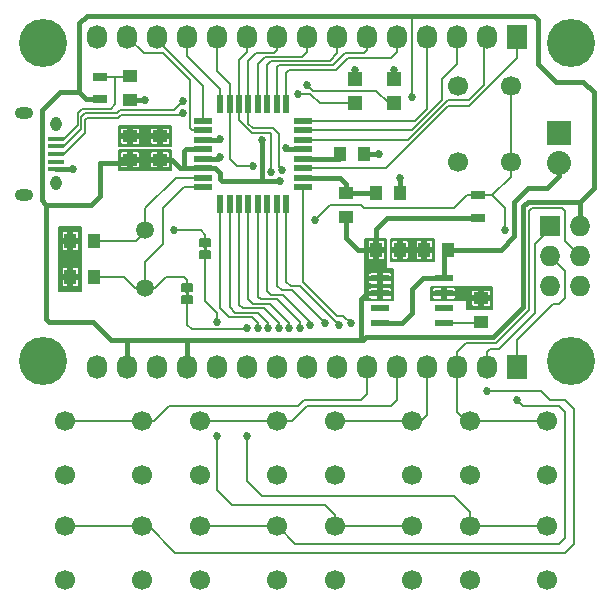
<source format=gtl>
G04 #@! TF.FileFunction,Copper,L1,Top,Signal*
%FSLAX46Y46*%
G04 Gerber Fmt 4.6, Leading zero omitted, Abs format (unit mm)*
G04 Created by KiCad (PCBNEW 4.0.1-stable) date 5/8/2016 2:59:50 PM*
%MOMM*%
G01*
G04 APERTURE LIST*
%ADD10C,0.100000*%
%ADD11C,4.064000*%
%ADD12C,1.700000*%
%ADD13R,1.000000X1.250000*%
%ADD14R,1.250000X1.000000*%
%ADD15R,1.198880X1.198880*%
%ADD16R,1.600000X0.550000*%
%ADD17R,0.550000X1.600000*%
%ADD18R,1.727200X2.032000*%
%ADD19O,1.727200X2.032000*%
%ADD20R,1.300000X0.700000*%
%ADD21R,1.550000X0.600000*%
%ADD22C,1.501140*%
%ADD23R,2.032000X2.032000*%
%ADD24O,2.032000X2.032000*%
%ADD25R,1.350000X0.400000*%
%ADD26O,0.950000X1.250000*%
%ADD27O,1.550000X1.000000*%
%ADD28R,1.727200X1.727200*%
%ADD29O,1.727200X1.727200*%
%ADD30C,0.685800*%
%ADD31C,0.152400*%
%ADD32C,0.381000*%
G04 APERTURE END LIST*
D10*
D11*
X112268000Y-97028000D03*
D12*
X125528000Y-129068000D03*
X132028000Y-129068000D03*
X132028000Y-133568000D03*
X125528000Y-133568000D03*
D13*
X116570000Y-113792000D03*
X114570000Y-113792000D03*
X116570000Y-116840000D03*
X114570000Y-116840000D03*
D14*
X122174000Y-106918000D03*
X122174000Y-104918000D03*
X119634000Y-106918000D03*
X119634000Y-104918000D03*
D13*
X140478000Y-109728000D03*
X142478000Y-109728000D03*
X137430000Y-106426000D03*
X139430000Y-106426000D03*
X146542000Y-114554000D03*
X144542000Y-114554000D03*
X140478000Y-114554000D03*
X142478000Y-114554000D03*
D14*
X149352000Y-120634000D03*
X149352000Y-118634000D03*
D15*
X141986000Y-102141020D03*
X141986000Y-100042980D03*
X138684000Y-102141020D03*
X138684000Y-100042980D03*
D16*
X125798000Y-103626000D03*
X125798000Y-104426000D03*
X125798000Y-105226000D03*
X125798000Y-106026000D03*
X125798000Y-106826000D03*
X125798000Y-107626000D03*
X125798000Y-108426000D03*
X125798000Y-109226000D03*
D17*
X127248000Y-110676000D03*
X128048000Y-110676000D03*
X128848000Y-110676000D03*
X129648000Y-110676000D03*
X130448000Y-110676000D03*
X131248000Y-110676000D03*
X132048000Y-110676000D03*
X132848000Y-110676000D03*
D16*
X134298000Y-109226000D03*
X134298000Y-108426000D03*
X134298000Y-107626000D03*
X134298000Y-106826000D03*
X134298000Y-106026000D03*
X134298000Y-105226000D03*
X134298000Y-104426000D03*
X134298000Y-103626000D03*
D17*
X132848000Y-102176000D03*
X132048000Y-102176000D03*
X131248000Y-102176000D03*
X130448000Y-102176000D03*
X129648000Y-102176000D03*
X128848000Y-102176000D03*
X128048000Y-102176000D03*
X127248000Y-102176000D03*
D14*
X137922000Y-111744000D03*
X137922000Y-109744000D03*
D18*
X152400000Y-96520000D03*
D19*
X149860000Y-96520000D03*
X147320000Y-96520000D03*
X144780000Y-96520000D03*
X142240000Y-96520000D03*
X139700000Y-96520000D03*
X137160000Y-96520000D03*
X134620000Y-96520000D03*
X132080000Y-96520000D03*
X129540000Y-96520000D03*
X127000000Y-96520000D03*
X124460000Y-96520000D03*
X121920000Y-96520000D03*
X119380000Y-96520000D03*
X116840000Y-96520000D03*
D18*
X152400000Y-124460000D03*
D19*
X149860000Y-124460000D03*
X147320000Y-124460000D03*
X144780000Y-124460000D03*
X142240000Y-124460000D03*
X139700000Y-124460000D03*
X137160000Y-124460000D03*
X134620000Y-124460000D03*
X132080000Y-124460000D03*
X129540000Y-124460000D03*
X127000000Y-124460000D03*
X124460000Y-124460000D03*
X121920000Y-124460000D03*
X119380000Y-124460000D03*
X116840000Y-124460000D03*
D20*
X117094000Y-101788000D03*
X117094000Y-99888000D03*
X149098000Y-111821000D03*
X149098000Y-109921000D03*
D21*
X146210000Y-120777000D03*
X146210000Y-119507000D03*
X146210000Y-118237000D03*
X146210000Y-116967000D03*
X140810000Y-116967000D03*
X140810000Y-118237000D03*
X140810000Y-119507000D03*
X140810000Y-120777000D03*
D22*
X120904000Y-112875060D03*
X120904000Y-117756940D03*
D12*
X114098000Y-129068000D03*
X120598000Y-129068000D03*
X120598000Y-133568000D03*
X114098000Y-133568000D03*
X136958000Y-129068000D03*
X143458000Y-129068000D03*
X143458000Y-133568000D03*
X136958000Y-133568000D03*
X148388000Y-129068000D03*
X154888000Y-129068000D03*
X154888000Y-133568000D03*
X148388000Y-133568000D03*
X114098000Y-137958000D03*
X120598000Y-137958000D03*
X120598000Y-142458000D03*
X114098000Y-142458000D03*
X125528000Y-137958000D03*
X132028000Y-137958000D03*
X132028000Y-142458000D03*
X125528000Y-142458000D03*
X136958000Y-137958000D03*
X143458000Y-137958000D03*
X143458000Y-142458000D03*
X136958000Y-142458000D03*
X148388000Y-137958000D03*
X154888000Y-137958000D03*
X154888000Y-142458000D03*
X148388000Y-142458000D03*
X151856000Y-100636000D03*
X151856000Y-107136000D03*
X147356000Y-107136000D03*
X147356000Y-100636000D03*
D11*
X156972000Y-97028000D03*
X112268000Y-123952000D03*
X156972000Y-123952000D03*
D23*
X155956000Y-104648000D03*
D24*
X155956000Y-107188000D03*
D25*
X113322540Y-105125100D03*
X113322540Y-105775100D03*
X113322540Y-106425100D03*
X113322540Y-107075100D03*
X113322540Y-107725100D03*
D26*
X113322540Y-103925100D03*
X113322540Y-108925100D03*
D27*
X110622540Y-102925100D03*
X110622540Y-109925100D03*
D28*
X155194000Y-112522000D03*
D29*
X157734000Y-112522000D03*
X155194000Y-115062000D03*
X157734000Y-115062000D03*
X155194000Y-117602000D03*
X157734000Y-117602000D03*
D14*
X119634000Y-99838000D03*
X119634000Y-101838000D03*
D30*
X123317000Y-112903000D03*
X127000000Y-120650000D03*
X127000000Y-130302000D03*
X120904000Y-101854000D03*
X114808000Y-107696000D03*
X120904000Y-104902000D03*
X140716000Y-106426000D03*
X127254000Y-106680000D03*
X127254000Y-105156000D03*
X132842000Y-105918000D03*
X142494000Y-108458000D03*
X114554000Y-115316000D03*
X147828000Y-118110000D03*
X143510000Y-114554000D03*
X129540000Y-121158000D03*
X129540000Y-130302000D03*
X143510000Y-101600000D03*
X130810000Y-105283000D03*
X132334000Y-108712000D03*
X134620000Y-100584000D03*
X141986000Y-99314000D03*
X133858000Y-101346000D03*
X138684000Y-99314000D03*
X130429000Y-121158000D03*
X131318000Y-121158000D03*
X132207000Y-121158000D03*
X133096000Y-121158000D03*
X133985000Y-121158000D03*
X134874000Y-120904000D03*
X136144000Y-120777000D03*
X149860000Y-126492000D03*
X137287000Y-120904000D03*
X138303000Y-120777000D03*
X152400000Y-127254000D03*
X151384000Y-112903000D03*
X135255000Y-112014000D03*
X132461000Y-107823000D03*
X131572000Y-107950000D03*
X130048000Y-107442000D03*
X124079000Y-101981000D03*
X124079000Y-102997000D03*
D31*
X123317000Y-112903000D02*
X125603000Y-112903000D01*
X125984000Y-113284000D02*
X125984000Y-113792000D01*
X125603000Y-112903000D02*
X125984000Y-113284000D01*
X127000000Y-120650000D02*
X127000000Y-119888000D01*
X125984000Y-118872000D02*
X125984000Y-115062000D01*
X127000000Y-119888000D02*
X125984000Y-118872000D01*
X127000000Y-124460000D02*
X127000000Y-124968000D01*
X120904000Y-112875060D02*
X120904000Y-113030000D01*
X120904000Y-113030000D02*
X120142000Y-113792000D01*
X120142000Y-113792000D02*
X116570000Y-113792000D01*
X120904000Y-112875060D02*
X120904000Y-110998000D01*
X123476000Y-108426000D02*
X125798000Y-108426000D01*
X120904000Y-110998000D02*
X123476000Y-108426000D01*
X136958000Y-137958000D02*
X136958000Y-136958000D01*
X127000000Y-134874000D02*
X127000000Y-130302000D01*
X128270000Y-136144000D02*
X127000000Y-134874000D01*
X136144000Y-136144000D02*
X128270000Y-136144000D01*
X136958000Y-136958000D02*
X136144000Y-136144000D01*
X136958000Y-137958000D02*
X143458000Y-137958000D01*
D32*
X119634000Y-101838000D02*
X120888000Y-101838000D01*
X120888000Y-101838000D02*
X120904000Y-101854000D01*
X113322540Y-107725100D02*
X114778900Y-107725100D01*
X114778900Y-107725100D02*
X114808000Y-107696000D01*
X119634000Y-104918000D02*
X120888000Y-104918000D01*
X120888000Y-104918000D02*
X120904000Y-104902000D01*
X139430000Y-106426000D02*
X140716000Y-106426000D01*
X125798000Y-106826000D02*
X127108000Y-106826000D01*
X127108000Y-106826000D02*
X127254000Y-106680000D01*
X125798000Y-105226000D02*
X127184000Y-105226000D01*
X127184000Y-105226000D02*
X127254000Y-105156000D01*
X134298000Y-106026000D02*
X132950000Y-106026000D01*
X132950000Y-106026000D02*
X132842000Y-105918000D01*
X142478000Y-109728000D02*
X142478000Y-108474000D01*
X142478000Y-108474000D02*
X142494000Y-108458000D01*
X114570000Y-113792000D02*
X114570000Y-115300000D01*
X114570000Y-115300000D02*
X114554000Y-115316000D01*
X146210000Y-118237000D02*
X147701000Y-118237000D01*
X147701000Y-118237000D02*
X147828000Y-118110000D01*
X142478000Y-114554000D02*
X143510000Y-114554000D01*
D31*
X124460000Y-117602000D02*
X124460000Y-117348000D01*
X121765060Y-117756940D02*
X122682000Y-116840000D01*
X122682000Y-116840000D02*
X124206000Y-116840000D01*
X124206000Y-116840000D02*
X124460000Y-117094000D01*
X124460000Y-117094000D02*
X124460000Y-117348000D01*
X121765060Y-117756940D02*
X120904000Y-117756940D01*
X125984000Y-121285000D02*
X124841000Y-121285000D01*
X124460000Y-120904000D02*
X124460000Y-118872000D01*
X124841000Y-121285000D02*
X124460000Y-120904000D01*
X129413000Y-121285000D02*
X125984000Y-121285000D01*
X129540000Y-121158000D02*
X129413000Y-121285000D01*
X120904000Y-117756940D02*
X120042940Y-117756940D01*
X119126000Y-116840000D02*
X116570000Y-116840000D01*
X120042940Y-117756940D02*
X119126000Y-116840000D01*
X120904000Y-117756940D02*
X120904000Y-115570000D01*
X124200000Y-109226000D02*
X125798000Y-109226000D01*
X122428000Y-110998000D02*
X124200000Y-109226000D01*
X122428000Y-114046000D02*
X122428000Y-110998000D01*
X120904000Y-115570000D02*
X122428000Y-114046000D01*
X148388000Y-136704000D02*
X147066000Y-135382000D01*
X147066000Y-135382000D02*
X130810000Y-135382000D01*
X130810000Y-135382000D02*
X129540000Y-134112000D01*
X129540000Y-134112000D02*
X129540000Y-130302000D01*
X148388000Y-136704000D02*
X148388000Y-137958000D01*
X148388000Y-137958000D02*
X154888000Y-137958000D01*
D32*
X125798000Y-106026000D02*
X124352000Y-106026000D01*
X124206000Y-106172000D02*
X124206000Y-107626000D01*
X124352000Y-106026000D02*
X124206000Y-106172000D01*
D31*
X143510000Y-94742000D02*
X143510000Y-101600000D01*
D32*
X149098000Y-111821000D02*
X141417000Y-111821000D01*
X140478000Y-112760000D02*
X140478000Y-114554000D01*
X141417000Y-111821000D02*
X140478000Y-112760000D01*
X119888000Y-122174000D02*
X117983000Y-122174000D01*
X112522000Y-120396000D02*
X112522000Y-110744000D01*
X112776000Y-120650000D02*
X112522000Y-120396000D01*
X116459000Y-120650000D02*
X112776000Y-120650000D01*
X117983000Y-122174000D02*
X116459000Y-120650000D01*
X130810000Y-105283000D02*
X130810000Y-108712000D01*
X130810000Y-108712000D02*
X130810000Y-108585000D01*
X130810000Y-108585000D02*
X130810000Y-108712000D01*
X125798000Y-107626000D02*
X126803000Y-107626000D01*
X127381000Y-108712000D02*
X129032000Y-108712000D01*
X129032000Y-108712000D02*
X130810000Y-108712000D01*
X130810000Y-108712000D02*
X132334000Y-108712000D01*
X127254000Y-108585000D02*
X127381000Y-108712000D01*
X127254000Y-108077000D02*
X127254000Y-108585000D01*
X126803000Y-107626000D02*
X127254000Y-108077000D01*
X124206000Y-122174000D02*
X139192000Y-122174000D01*
X139573000Y-118491000D02*
X139446000Y-118491000D01*
X139446000Y-118491000D02*
X139192000Y-118745000D01*
X139192000Y-118745000D02*
X139192000Y-122174000D01*
X139192000Y-122174000D02*
X139319000Y-122174000D01*
X152908000Y-110871000D02*
X153289000Y-110490000D01*
X152908000Y-119380000D02*
X152908000Y-110871000D01*
X150368000Y-121920000D02*
X152908000Y-119380000D01*
X139573000Y-121920000D02*
X150368000Y-121920000D01*
X153289000Y-110490000D02*
X157734000Y-110490000D01*
X139319000Y-122174000D02*
X139573000Y-121920000D01*
X112141000Y-103759000D02*
X112141000Y-103886000D01*
X112141000Y-103886000D02*
X112141000Y-110363000D01*
X112141000Y-110363000D02*
X112522000Y-110744000D01*
X115316000Y-101219000D02*
X113665000Y-101219000D01*
X112141000Y-102743000D02*
X112141000Y-103759000D01*
X113665000Y-101219000D02*
X112141000Y-102743000D01*
X112522000Y-110744000D02*
X112776000Y-110744000D01*
X117094000Y-109982000D02*
X117094000Y-107188000D01*
X116332000Y-110744000D02*
X117094000Y-109982000D01*
X112776000Y-110744000D02*
X116332000Y-110744000D01*
X117094000Y-107188000D02*
X119364000Y-107188000D01*
X157734000Y-112522000D02*
X157734000Y-110490000D01*
X115885000Y-101788000D02*
X117094000Y-101788000D01*
X115316000Y-101219000D02*
X115885000Y-101788000D01*
X115316000Y-95377000D02*
X115316000Y-101219000D01*
X115951000Y-94742000D02*
X115316000Y-95377000D01*
X116459000Y-94742000D02*
X115951000Y-94742000D01*
X153797000Y-94742000D02*
X143510000Y-94742000D01*
X143510000Y-94742000D02*
X116459000Y-94742000D01*
X154178000Y-95123000D02*
X153797000Y-94742000D01*
X154178000Y-98806000D02*
X154178000Y-95123000D01*
X155702000Y-100330000D02*
X154178000Y-98806000D01*
X157988000Y-100330000D02*
X155702000Y-100330000D01*
X158877000Y-101219000D02*
X157988000Y-100330000D01*
X158877000Y-109347000D02*
X158877000Y-101219000D01*
X157734000Y-110490000D02*
X158877000Y-109347000D01*
X125798000Y-107626000D02*
X124206000Y-107626000D01*
X124206000Y-107626000D02*
X123882000Y-107626000D01*
X123174000Y-106918000D02*
X122174000Y-106918000D01*
X123882000Y-107626000D02*
X123174000Y-106918000D01*
X124460000Y-124460000D02*
X124460000Y-122174000D01*
X119380000Y-124460000D02*
X119380000Y-122174000D01*
X119364000Y-107188000D02*
X119634000Y-106918000D01*
X124460000Y-122174000D02*
X124206000Y-122174000D01*
X124206000Y-122174000D02*
X119888000Y-122174000D01*
X119888000Y-122174000D02*
X119380000Y-122174000D01*
X137922000Y-111744000D02*
X137922000Y-113538000D01*
X138938000Y-114554000D02*
X140478000Y-114554000D01*
X137922000Y-113538000D02*
X138938000Y-114554000D01*
X137922000Y-109744000D02*
X140462000Y-109744000D01*
X140462000Y-109744000D02*
X140478000Y-109728000D01*
X134298000Y-108426000D02*
X137382000Y-108426000D01*
X137922000Y-108966000D02*
X137922000Y-109744000D01*
X137382000Y-108426000D02*
X137922000Y-108966000D01*
X134298000Y-106826000D02*
X137030000Y-106826000D01*
X137030000Y-106826000D02*
X137430000Y-106426000D01*
X137284000Y-106826000D02*
X137430000Y-106680000D01*
X155956000Y-107188000D02*
X155956000Y-108331000D01*
X151003000Y-114554000D02*
X146542000Y-114554000D01*
X152146000Y-113411000D02*
X151003000Y-114554000D01*
X152146000Y-110490000D02*
X152146000Y-113411000D01*
X153289000Y-109347000D02*
X152146000Y-110490000D01*
X154940000Y-109347000D02*
X153289000Y-109347000D01*
X155956000Y-108331000D02*
X154940000Y-109347000D01*
X155956000Y-107188000D02*
X155575000Y-107188000D01*
X155956000Y-107188000D02*
X155194000Y-107188000D01*
X140810000Y-120777000D02*
X142621000Y-120777000D01*
X144399000Y-116967000D02*
X146210000Y-116967000D01*
X143510000Y-117856000D02*
X144399000Y-116967000D01*
X143510000Y-119888000D02*
X143510000Y-117856000D01*
X142621000Y-120777000D02*
X143510000Y-119888000D01*
X146542000Y-114554000D02*
X146210000Y-114886000D01*
X146210000Y-114886000D02*
X146210000Y-116967000D01*
D31*
X146210000Y-120777000D02*
X149209000Y-120777000D01*
X149209000Y-120777000D02*
X149352000Y-120634000D01*
X141986000Y-102141020D02*
X141511020Y-102141020D01*
X141511020Y-102141020D02*
X140462000Y-101092000D01*
X140462000Y-101092000D02*
X135128000Y-101092000D01*
X135128000Y-101092000D02*
X134620000Y-100584000D01*
X141986000Y-100042980D02*
X141986000Y-99314000D01*
X138684000Y-102141020D02*
X135669020Y-102141020D01*
X134874000Y-101346000D02*
X133858000Y-101346000D01*
X135669020Y-102141020D02*
X134874000Y-101346000D01*
X138684000Y-100042980D02*
X138684000Y-99314000D01*
X125798000Y-103626000D02*
X125798000Y-100652000D01*
X125798000Y-100652000D02*
X121920000Y-96774000D01*
X121920000Y-96774000D02*
X121920000Y-96520000D01*
X127248000Y-110676000D02*
X127248000Y-119501000D01*
X130429000Y-120777000D02*
X130429000Y-121158000D01*
X129921000Y-120269000D02*
X130429000Y-120777000D01*
X128016000Y-120269000D02*
X129921000Y-120269000D01*
X127248000Y-119501000D02*
X128016000Y-120269000D01*
X128048000Y-110676000D02*
X128048000Y-119412000D01*
X131318000Y-120777000D02*
X131318000Y-121158000D01*
X130429000Y-119888000D02*
X131318000Y-120777000D01*
X130302000Y-119888000D02*
X130429000Y-119888000D01*
X128524000Y-119888000D02*
X130302000Y-119888000D01*
X128048000Y-119412000D02*
X128524000Y-119888000D01*
X128848000Y-110676000D02*
X128848000Y-119196000D01*
X132207000Y-120777000D02*
X132207000Y-121158000D01*
X130937000Y-119507000D02*
X132207000Y-120777000D01*
X129159000Y-119507000D02*
X130937000Y-119507000D01*
X128848000Y-119196000D02*
X129159000Y-119507000D01*
X129648000Y-110676000D02*
X129648000Y-118726000D01*
X133096000Y-120777000D02*
X133096000Y-121158000D01*
X131445000Y-119126000D02*
X133096000Y-120777000D01*
X130048000Y-119126000D02*
X131445000Y-119126000D01*
X129648000Y-118726000D02*
X130048000Y-119126000D01*
X120598000Y-129068000D02*
X121630000Y-129068000D01*
X139700000Y-126746000D02*
X139700000Y-124460000D01*
X139192000Y-127254000D02*
X139700000Y-126746000D01*
X138684000Y-127254000D02*
X139192000Y-127254000D01*
X134366000Y-127254000D02*
X138684000Y-127254000D01*
X133858000Y-127762000D02*
X134366000Y-127254000D01*
X122936000Y-127762000D02*
X133858000Y-127762000D01*
X121630000Y-129068000D02*
X122936000Y-127762000D01*
X114098000Y-129068000D02*
X120598000Y-129068000D01*
X130448000Y-110676000D02*
X130448000Y-118510000D01*
X133985000Y-120650000D02*
X133985000Y-121158000D01*
X132080000Y-118745000D02*
X133985000Y-120650000D01*
X130683000Y-118745000D02*
X132080000Y-118745000D01*
X130448000Y-118510000D02*
X130683000Y-118745000D01*
X132028000Y-129068000D02*
X133314000Y-129068000D01*
X142240000Y-127254000D02*
X142240000Y-124460000D01*
X141732000Y-127762000D02*
X142240000Y-127254000D01*
X134620000Y-127762000D02*
X141732000Y-127762000D01*
X133314000Y-129068000D02*
X134620000Y-127762000D01*
X125528000Y-129068000D02*
X132028000Y-129068000D01*
X131248000Y-110676000D02*
X131248000Y-118040000D01*
X134874000Y-120650000D02*
X134874000Y-120904000D01*
X132588000Y-118364000D02*
X134874000Y-120650000D01*
X131572000Y-118364000D02*
X132588000Y-118364000D01*
X131248000Y-118040000D02*
X131572000Y-118364000D01*
X143458000Y-129068000D02*
X144236000Y-129068000D01*
X144236000Y-129068000D02*
X144780000Y-128524000D01*
X144780000Y-128524000D02*
X144780000Y-124460000D01*
X136958000Y-129068000D02*
X143458000Y-129068000D01*
X156464000Y-111760000D02*
X156464000Y-113792000D01*
X153416000Y-111252000D02*
X153670000Y-110998000D01*
X153670000Y-110998000D02*
X154432000Y-110998000D01*
X154432000Y-110998000D02*
X156210000Y-110998000D01*
X156210000Y-110998000D02*
X156464000Y-111252000D01*
X156464000Y-111252000D02*
X156464000Y-111760000D01*
X147320000Y-124460000D02*
X147320000Y-123190000D01*
X153416000Y-119634000D02*
X153416000Y-117602000D01*
X150622000Y-122428000D02*
X153416000Y-119634000D01*
X148082000Y-122428000D02*
X150622000Y-122428000D01*
X147320000Y-123190000D02*
X148082000Y-122428000D01*
X153416000Y-117602000D02*
X153416000Y-111252000D01*
X156464000Y-113792000D02*
X157734000Y-115062000D01*
X132048000Y-110676000D02*
X132048000Y-117570000D01*
X133350000Y-117983000D02*
X136144000Y-120777000D01*
X132461000Y-117983000D02*
X133350000Y-117983000D01*
X132048000Y-117570000D02*
X132461000Y-117983000D01*
X147320000Y-124460000D02*
X147320000Y-128270000D01*
X147320000Y-128270000D02*
X148118000Y-129068000D01*
X148118000Y-129068000D02*
X148388000Y-129068000D01*
X148388000Y-129068000D02*
X154888000Y-129068000D01*
X120598000Y-137958000D02*
X121194000Y-137958000D01*
X121194000Y-137958000D02*
X123444000Y-140208000D01*
X154432000Y-126492000D02*
X149860000Y-126492000D01*
X155194000Y-127254000D02*
X154432000Y-126492000D01*
X156464000Y-127254000D02*
X155194000Y-127254000D01*
X157226000Y-128016000D02*
X156464000Y-127254000D01*
X157226000Y-139446000D02*
X157226000Y-128016000D01*
X156464000Y-140208000D02*
X157226000Y-139446000D01*
X123444000Y-140208000D02*
X156464000Y-140208000D01*
X153162000Y-120650000D02*
X153670000Y-120142000D01*
X149860000Y-123190000D02*
X150114000Y-122936000D01*
X150114000Y-122936000D02*
X150876000Y-122936000D01*
X150876000Y-122936000D02*
X153162000Y-120650000D01*
X149860000Y-123952000D02*
X149860000Y-123190000D01*
X153924000Y-114046000D02*
X155194000Y-112776000D01*
X153924000Y-116840000D02*
X153924000Y-114046000D01*
X153924000Y-119888000D02*
X153924000Y-116840000D01*
X153670000Y-120142000D02*
X153924000Y-119888000D01*
X155194000Y-112776000D02*
X155194000Y-112522000D01*
X149860000Y-124460000D02*
X149860000Y-123952000D01*
X132848000Y-110676000D02*
X132848000Y-117227000D01*
X133985000Y-117602000D02*
X137287000Y-120904000D01*
X133223000Y-117602000D02*
X133985000Y-117602000D01*
X132848000Y-117227000D02*
X133223000Y-117602000D01*
X120598000Y-137958000D02*
X120598000Y-138632000D01*
X114098000Y-137958000D02*
X120598000Y-137958000D01*
X152400000Y-124460000D02*
X152400000Y-122174000D01*
X156464000Y-116332000D02*
X155194000Y-115062000D01*
X156464000Y-118618000D02*
X156464000Y-116332000D01*
X155956000Y-119126000D02*
X156464000Y-118618000D01*
X155448000Y-119126000D02*
X155956000Y-119126000D01*
X152400000Y-122174000D02*
X155448000Y-119126000D01*
X134298000Y-109226000D02*
X134298000Y-117280000D01*
X137668000Y-120142000D02*
X138303000Y-120777000D01*
X137160000Y-120142000D02*
X137668000Y-120142000D01*
X134298000Y-117280000D02*
X137160000Y-120142000D01*
X132116000Y-137958000D02*
X133604000Y-139446000D01*
X133604000Y-139446000D02*
X155956000Y-139446000D01*
X155956000Y-139446000D02*
X156464000Y-138938000D01*
X156464000Y-138938000D02*
X156464000Y-128270000D01*
X156464000Y-128270000D02*
X155956000Y-127762000D01*
X155956000Y-127762000D02*
X152908000Y-127762000D01*
X152908000Y-127762000D02*
X152400000Y-127254000D01*
X132028000Y-137958000D02*
X132116000Y-137958000D01*
X125528000Y-137958000D02*
X132028000Y-137958000D01*
X134298000Y-107626000D02*
X141294000Y-107626000D01*
X152400000Y-98298000D02*
X152400000Y-96520000D01*
X148336000Y-102362000D02*
X152400000Y-98298000D01*
X146558000Y-102362000D02*
X148336000Y-102362000D01*
X141294000Y-107626000D02*
X146558000Y-102362000D01*
X152400000Y-97536000D02*
X152400000Y-96520000D01*
X134298000Y-105226000D02*
X143186000Y-105226000D01*
X149606000Y-100584000D02*
X149606000Y-96774000D01*
X148336000Y-101854000D02*
X149606000Y-100584000D01*
X146558000Y-101854000D02*
X148336000Y-101854000D01*
X146304000Y-102108000D02*
X146558000Y-101854000D01*
X143186000Y-105226000D02*
X146304000Y-102108000D01*
X149606000Y-96774000D02*
X149860000Y-96520000D01*
X134298000Y-104426000D02*
X143478000Y-104426000D01*
X147320000Y-98806000D02*
X147320000Y-96520000D01*
X146050000Y-100076000D02*
X147320000Y-98806000D01*
X146050000Y-101854000D02*
X146050000Y-100076000D01*
X143478000Y-104426000D02*
X146050000Y-101854000D01*
X144780000Y-102604000D02*
X144780000Y-96520000D01*
X143758000Y-103626000D02*
X144780000Y-102604000D01*
X134298000Y-103626000D02*
X143758000Y-103626000D01*
X132848000Y-102176000D02*
X132848000Y-99562000D01*
X142240000Y-97790000D02*
X142240000Y-96520000D01*
X141732000Y-98298000D02*
X142240000Y-97790000D01*
X138049000Y-98298000D02*
X141732000Y-98298000D01*
X137033000Y-99314000D02*
X138049000Y-98298000D01*
X133096000Y-99314000D02*
X137033000Y-99314000D01*
X132848000Y-99562000D02*
X133096000Y-99314000D01*
X132848000Y-102176000D02*
X132848000Y-101594000D01*
X132048000Y-102176000D02*
X132048000Y-99092000D01*
X139700000Y-97663000D02*
X139700000Y-96520000D01*
X139446000Y-97917000D02*
X139700000Y-97663000D01*
X137795000Y-97917000D02*
X139446000Y-97917000D01*
X136779000Y-98933000D02*
X137795000Y-97917000D01*
X132207000Y-98933000D02*
X136779000Y-98933000D01*
X132048000Y-99092000D02*
X132207000Y-98933000D01*
X132048000Y-102176000D02*
X132048000Y-101505000D01*
X131248000Y-102176000D02*
X131248000Y-98876000D01*
X137160000Y-97917000D02*
X137160000Y-96520000D01*
X136525000Y-98552000D02*
X137160000Y-97917000D01*
X131572000Y-98552000D02*
X136525000Y-98552000D01*
X131248000Y-98876000D02*
X131572000Y-98552000D01*
X131248000Y-102176000D02*
X131248000Y-101416000D01*
X130448000Y-102176000D02*
X130448000Y-98787000D01*
X134620000Y-97790000D02*
X134620000Y-97536000D01*
X134188198Y-98221802D02*
X134620000Y-97790000D01*
X131013198Y-98221802D02*
X134188198Y-98221802D01*
X130448000Y-98787000D02*
X131013198Y-98221802D01*
X134620000Y-97536000D02*
X134620000Y-96520000D01*
X134620000Y-97536000D02*
X134620000Y-96520000D01*
X149098000Y-109921000D02*
X150307000Y-109921000D01*
X151384000Y-110998000D02*
X151384000Y-112903000D01*
X150307000Y-109921000D02*
X151384000Y-110998000D01*
X151856000Y-107136000D02*
X151856000Y-108367000D01*
X150302000Y-109921000D02*
X149098000Y-109921000D01*
X151856000Y-108367000D02*
X150302000Y-109921000D01*
X135255000Y-112014000D02*
X136525000Y-110744000D01*
X136525000Y-110744000D02*
X139192000Y-110744000D01*
X139192000Y-110744000D02*
X139446000Y-110998000D01*
X139446000Y-110998000D02*
X147066000Y-110998000D01*
X147066000Y-110998000D02*
X148143000Y-109921000D01*
X148143000Y-109921000D02*
X149098000Y-109921000D01*
X151856000Y-100636000D02*
X151856000Y-107136000D01*
X129648000Y-102176000D02*
X129648000Y-103867000D01*
X132207000Y-107569000D02*
X132461000Y-107823000D01*
X132207000Y-104775000D02*
X132207000Y-107569000D01*
X131699000Y-104267000D02*
X132207000Y-104775000D01*
X130048000Y-104267000D02*
X131699000Y-104267000D01*
X129648000Y-103867000D02*
X130048000Y-104267000D01*
X129648000Y-102176000D02*
X129648000Y-98571000D01*
X132080000Y-97663000D02*
X132080000Y-96520000D01*
X131826000Y-97917000D02*
X132080000Y-97663000D01*
X130302000Y-97917000D02*
X131826000Y-97917000D01*
X129648000Y-98571000D02*
X130302000Y-97917000D01*
X128848000Y-102176000D02*
X128848000Y-103575000D01*
X131572000Y-104775000D02*
X131572000Y-107950000D01*
X131445000Y-104648000D02*
X131572000Y-104775000D01*
X129921000Y-104648000D02*
X131445000Y-104648000D01*
X128848000Y-103575000D02*
X129921000Y-104648000D01*
X128848000Y-102176000D02*
X128848000Y-98482000D01*
X129540000Y-97790000D02*
X129540000Y-96520000D01*
X128848000Y-98482000D02*
X129540000Y-97790000D01*
X128048000Y-106839000D02*
X128048000Y-102176000D01*
X128651000Y-107442000D02*
X128048000Y-106839000D01*
X130048000Y-107442000D02*
X128651000Y-107442000D01*
X128048000Y-102176000D02*
X128048000Y-100489000D01*
X127000000Y-99441000D02*
X127000000Y-96520000D01*
X128048000Y-100489000D02*
X127000000Y-99441000D01*
X124460000Y-96520000D02*
X124460000Y-98171000D01*
X127254000Y-100965000D02*
X127254000Y-102170000D01*
X126873000Y-100584000D02*
X127254000Y-100965000D01*
X124460000Y-98171000D02*
X126873000Y-100584000D01*
X127254000Y-102170000D02*
X127248000Y-102176000D01*
X125798000Y-104426000D02*
X124873000Y-104426000D01*
X120777000Y-97917000D02*
X119380000Y-96520000D01*
X122428000Y-97917000D02*
X120777000Y-97917000D01*
X124714000Y-100203000D02*
X122428000Y-97917000D01*
X124714000Y-104267000D02*
X124714000Y-100203000D01*
X124873000Y-104426000D02*
X124714000Y-104267000D01*
X113322540Y-105775100D02*
X114061900Y-105775100D01*
X114061900Y-105775100D02*
X115493802Y-104343198D01*
X113322540Y-105775100D02*
X113934900Y-105775100D01*
X115493802Y-104343198D02*
X115493802Y-103327198D01*
X115493802Y-103327198D02*
X115824000Y-102997000D01*
X115824000Y-102997000D02*
X118491000Y-102997000D01*
X118491000Y-102997000D02*
X118745000Y-102743000D01*
X124079000Y-101981000D02*
X124079000Y-101981000D01*
X123317000Y-102743000D02*
X124079000Y-101981000D01*
X118745000Y-102743000D02*
X123317000Y-102743000D01*
X113322540Y-106425100D02*
X114046900Y-106425100D01*
X114046900Y-106425100D02*
X115798604Y-104673396D01*
X115798604Y-104673396D02*
X115798604Y-103530396D01*
X115798604Y-103530396D02*
X115951000Y-103378000D01*
X115951000Y-103378000D02*
X118618000Y-103378000D01*
X118618000Y-103378000D02*
X118872000Y-103124000D01*
X123952000Y-103124000D02*
X124079000Y-102997000D01*
X118872000Y-103124000D02*
X123952000Y-103124000D01*
X118364000Y-99888000D02*
X119584000Y-99888000D01*
X119584000Y-99888000D02*
X119634000Y-99838000D01*
X118364000Y-102235000D02*
X118364000Y-99888000D01*
X117983000Y-102616000D02*
X118364000Y-102235000D01*
X115570000Y-102616000D02*
X117983000Y-102616000D01*
X115189000Y-102997000D02*
X115570000Y-102616000D01*
X115189000Y-104013000D02*
X115189000Y-102997000D01*
X113322540Y-105125100D02*
X114076900Y-105125100D01*
X114076900Y-105125100D02*
X115189000Y-104013000D01*
X117094000Y-99888000D02*
X118364000Y-99888000D01*
G36*
X150291800Y-119557800D02*
X148158200Y-119557800D01*
X148158200Y-118872000D01*
X148157583Y-118868950D01*
X148498400Y-118868950D01*
X148498400Y-119179471D01*
X148533202Y-119263491D01*
X148597508Y-119327797D01*
X148681528Y-119362600D01*
X149117050Y-119362600D01*
X149174200Y-119305450D01*
X149174200Y-118811800D01*
X149529800Y-118811800D01*
X149529800Y-119305450D01*
X149586950Y-119362600D01*
X150022472Y-119362600D01*
X150106492Y-119327797D01*
X150170798Y-119263491D01*
X150205600Y-119179471D01*
X150205600Y-118868950D01*
X150148450Y-118811800D01*
X149529800Y-118811800D01*
X149174200Y-118811800D01*
X148555550Y-118811800D01*
X148498400Y-118868950D01*
X148157583Y-118868950D01*
X148152197Y-118842354D01*
X148135132Y-118817379D01*
X148109695Y-118801011D01*
X148082000Y-118795800D01*
X145110200Y-118795800D01*
X145110200Y-118444150D01*
X145206400Y-118444150D01*
X145206400Y-118582472D01*
X145241203Y-118666492D01*
X145305509Y-118730798D01*
X145389529Y-118765600D01*
X145975050Y-118765600D01*
X146032200Y-118708450D01*
X146032200Y-118387000D01*
X146387800Y-118387000D01*
X146387800Y-118708450D01*
X146444950Y-118765600D01*
X147030471Y-118765600D01*
X147114491Y-118730798D01*
X147178797Y-118666492D01*
X147213600Y-118582472D01*
X147213600Y-118444150D01*
X147156450Y-118387000D01*
X146387800Y-118387000D01*
X146032200Y-118387000D01*
X145263550Y-118387000D01*
X145206400Y-118444150D01*
X145110200Y-118444150D01*
X145110200Y-118088529D01*
X148498400Y-118088529D01*
X148498400Y-118399050D01*
X148555550Y-118456200D01*
X149174200Y-118456200D01*
X149174200Y-117962550D01*
X149529800Y-117962550D01*
X149529800Y-118456200D01*
X150148450Y-118456200D01*
X150205600Y-118399050D01*
X150205600Y-118088529D01*
X150170798Y-118004509D01*
X150106492Y-117940203D01*
X150022472Y-117905400D01*
X149586950Y-117905400D01*
X149529800Y-117962550D01*
X149174200Y-117962550D01*
X149117050Y-117905400D01*
X148681528Y-117905400D01*
X148597508Y-117940203D01*
X148533202Y-118004509D01*
X148498400Y-118088529D01*
X145110200Y-118088529D01*
X145110200Y-117891528D01*
X145206400Y-117891528D01*
X145206400Y-118029850D01*
X145263550Y-118087000D01*
X146032200Y-118087000D01*
X146032200Y-117765550D01*
X146387800Y-117765550D01*
X146387800Y-118087000D01*
X147156450Y-118087000D01*
X147213600Y-118029850D01*
X147213600Y-117891528D01*
X147178797Y-117807508D01*
X147114491Y-117743202D01*
X147030471Y-117708400D01*
X146444950Y-117708400D01*
X146387800Y-117765550D01*
X146032200Y-117765550D01*
X145975050Y-117708400D01*
X145389529Y-117708400D01*
X145305509Y-117743202D01*
X145241203Y-117807508D01*
X145206400Y-117891528D01*
X145110200Y-117891528D01*
X145110200Y-117678200D01*
X150291800Y-117678200D01*
X150291800Y-119557800D01*
X150291800Y-119557800D01*
G37*
X150291800Y-119557800D02*
X148158200Y-119557800D01*
X148158200Y-118872000D01*
X148157583Y-118868950D01*
X148498400Y-118868950D01*
X148498400Y-119179471D01*
X148533202Y-119263491D01*
X148597508Y-119327797D01*
X148681528Y-119362600D01*
X149117050Y-119362600D01*
X149174200Y-119305450D01*
X149174200Y-118811800D01*
X149529800Y-118811800D01*
X149529800Y-119305450D01*
X149586950Y-119362600D01*
X150022472Y-119362600D01*
X150106492Y-119327797D01*
X150170798Y-119263491D01*
X150205600Y-119179471D01*
X150205600Y-118868950D01*
X150148450Y-118811800D01*
X149529800Y-118811800D01*
X149174200Y-118811800D01*
X148555550Y-118811800D01*
X148498400Y-118868950D01*
X148157583Y-118868950D01*
X148152197Y-118842354D01*
X148135132Y-118817379D01*
X148109695Y-118801011D01*
X148082000Y-118795800D01*
X145110200Y-118795800D01*
X145110200Y-118444150D01*
X145206400Y-118444150D01*
X145206400Y-118582472D01*
X145241203Y-118666492D01*
X145305509Y-118730798D01*
X145389529Y-118765600D01*
X145975050Y-118765600D01*
X146032200Y-118708450D01*
X146032200Y-118387000D01*
X146387800Y-118387000D01*
X146387800Y-118708450D01*
X146444950Y-118765600D01*
X147030471Y-118765600D01*
X147114491Y-118730798D01*
X147178797Y-118666492D01*
X147213600Y-118582472D01*
X147213600Y-118444150D01*
X147156450Y-118387000D01*
X146387800Y-118387000D01*
X146032200Y-118387000D01*
X145263550Y-118387000D01*
X145206400Y-118444150D01*
X145110200Y-118444150D01*
X145110200Y-118088529D01*
X148498400Y-118088529D01*
X148498400Y-118399050D01*
X148555550Y-118456200D01*
X149174200Y-118456200D01*
X149174200Y-117962550D01*
X149529800Y-117962550D01*
X149529800Y-118456200D01*
X150148450Y-118456200D01*
X150205600Y-118399050D01*
X150205600Y-118088529D01*
X150170798Y-118004509D01*
X150106492Y-117940203D01*
X150022472Y-117905400D01*
X149586950Y-117905400D01*
X149529800Y-117962550D01*
X149174200Y-117962550D01*
X149117050Y-117905400D01*
X148681528Y-117905400D01*
X148597508Y-117940203D01*
X148533202Y-118004509D01*
X148498400Y-118088529D01*
X145110200Y-118088529D01*
X145110200Y-117891528D01*
X145206400Y-117891528D01*
X145206400Y-118029850D01*
X145263550Y-118087000D01*
X146032200Y-118087000D01*
X146032200Y-117765550D01*
X146387800Y-117765550D01*
X146387800Y-118087000D01*
X147156450Y-118087000D01*
X147213600Y-118029850D01*
X147213600Y-117891528D01*
X147178797Y-117807508D01*
X147114491Y-117743202D01*
X147030471Y-117708400D01*
X146444950Y-117708400D01*
X146387800Y-117765550D01*
X146032200Y-117765550D01*
X145975050Y-117708400D01*
X145389529Y-117708400D01*
X145305509Y-117743202D01*
X145241203Y-117807508D01*
X145206400Y-117891528D01*
X145110200Y-117891528D01*
X145110200Y-117678200D01*
X150291800Y-117678200D01*
X150291800Y-119557800D01*
G36*
X141274800Y-116078000D02*
X141280803Y-116107646D01*
X141297868Y-116132621D01*
X141323305Y-116148989D01*
X141351000Y-116154200D01*
X141909800Y-116154200D01*
X141909800Y-118795800D01*
X139522200Y-118795800D01*
X139522200Y-118444150D01*
X139806400Y-118444150D01*
X139806400Y-118582472D01*
X139841203Y-118666492D01*
X139905509Y-118730798D01*
X139989529Y-118765600D01*
X140575050Y-118765600D01*
X140632200Y-118708450D01*
X140632200Y-118387000D01*
X140987800Y-118387000D01*
X140987800Y-118708450D01*
X141044950Y-118765600D01*
X141630471Y-118765600D01*
X141714491Y-118730798D01*
X141778797Y-118666492D01*
X141813600Y-118582472D01*
X141813600Y-118444150D01*
X141756450Y-118387000D01*
X140987800Y-118387000D01*
X140632200Y-118387000D01*
X139863550Y-118387000D01*
X139806400Y-118444150D01*
X139522200Y-118444150D01*
X139522200Y-117891528D01*
X139806400Y-117891528D01*
X139806400Y-118029850D01*
X139863550Y-118087000D01*
X140632200Y-118087000D01*
X140632200Y-117765550D01*
X140987800Y-117765550D01*
X140987800Y-118087000D01*
X141756450Y-118087000D01*
X141813600Y-118029850D01*
X141813600Y-117891528D01*
X141778797Y-117807508D01*
X141714491Y-117743202D01*
X141630471Y-117708400D01*
X141044950Y-117708400D01*
X140987800Y-117765550D01*
X140632200Y-117765550D01*
X140575050Y-117708400D01*
X139989529Y-117708400D01*
X139905509Y-117743202D01*
X139841203Y-117807508D01*
X139806400Y-117891528D01*
X139522200Y-117891528D01*
X139522200Y-117174150D01*
X139806400Y-117174150D01*
X139806400Y-117312472D01*
X139841203Y-117396492D01*
X139905509Y-117460798D01*
X139989529Y-117495600D01*
X140575050Y-117495600D01*
X140632200Y-117438450D01*
X140632200Y-117117000D01*
X140987800Y-117117000D01*
X140987800Y-117438450D01*
X141044950Y-117495600D01*
X141630471Y-117495600D01*
X141714491Y-117460798D01*
X141778797Y-117396492D01*
X141813600Y-117312472D01*
X141813600Y-117174150D01*
X141756450Y-117117000D01*
X140987800Y-117117000D01*
X140632200Y-117117000D01*
X139863550Y-117117000D01*
X139806400Y-117174150D01*
X139522200Y-117174150D01*
X139522200Y-116621528D01*
X139806400Y-116621528D01*
X139806400Y-116759850D01*
X139863550Y-116817000D01*
X140632200Y-116817000D01*
X140632200Y-116495550D01*
X140987800Y-116495550D01*
X140987800Y-116817000D01*
X141756450Y-116817000D01*
X141813600Y-116759850D01*
X141813600Y-116621528D01*
X141778797Y-116537508D01*
X141714491Y-116473202D01*
X141630471Y-116438400D01*
X141044950Y-116438400D01*
X140987800Y-116495550D01*
X140632200Y-116495550D01*
X140575050Y-116438400D01*
X139989529Y-116438400D01*
X139905509Y-116473202D01*
X139841203Y-116537508D01*
X139806400Y-116621528D01*
X139522200Y-116621528D01*
X139522200Y-114788950D01*
X139749400Y-114788950D01*
X139749400Y-115224472D01*
X139784203Y-115308492D01*
X139848509Y-115372798D01*
X139932529Y-115407600D01*
X140243050Y-115407600D01*
X140300200Y-115350450D01*
X140300200Y-114731800D01*
X140655800Y-114731800D01*
X140655800Y-115350450D01*
X140712950Y-115407600D01*
X141023471Y-115407600D01*
X141107491Y-115372798D01*
X141171797Y-115308492D01*
X141206600Y-115224472D01*
X141206600Y-114788950D01*
X141149450Y-114731800D01*
X140655800Y-114731800D01*
X140300200Y-114731800D01*
X139806550Y-114731800D01*
X139749400Y-114788950D01*
X139522200Y-114788950D01*
X139522200Y-113883528D01*
X139749400Y-113883528D01*
X139749400Y-114319050D01*
X139806550Y-114376200D01*
X140300200Y-114376200D01*
X140300200Y-113757550D01*
X140655800Y-113757550D01*
X140655800Y-114376200D01*
X141149450Y-114376200D01*
X141206600Y-114319050D01*
X141206600Y-113883528D01*
X141171797Y-113799508D01*
X141107491Y-113735202D01*
X141023471Y-113700400D01*
X140712950Y-113700400D01*
X140655800Y-113757550D01*
X140300200Y-113757550D01*
X140243050Y-113700400D01*
X139932529Y-113700400D01*
X139848509Y-113735202D01*
X139784203Y-113799508D01*
X139749400Y-113883528D01*
X139522200Y-113883528D01*
X139522200Y-113614200D01*
X141274800Y-113614200D01*
X141274800Y-116078000D01*
X141274800Y-116078000D01*
G37*
X141274800Y-116078000D02*
X141280803Y-116107646D01*
X141297868Y-116132621D01*
X141323305Y-116148989D01*
X141351000Y-116154200D01*
X141909800Y-116154200D01*
X141909800Y-118795800D01*
X139522200Y-118795800D01*
X139522200Y-118444150D01*
X139806400Y-118444150D01*
X139806400Y-118582472D01*
X139841203Y-118666492D01*
X139905509Y-118730798D01*
X139989529Y-118765600D01*
X140575050Y-118765600D01*
X140632200Y-118708450D01*
X140632200Y-118387000D01*
X140987800Y-118387000D01*
X140987800Y-118708450D01*
X141044950Y-118765600D01*
X141630471Y-118765600D01*
X141714491Y-118730798D01*
X141778797Y-118666492D01*
X141813600Y-118582472D01*
X141813600Y-118444150D01*
X141756450Y-118387000D01*
X140987800Y-118387000D01*
X140632200Y-118387000D01*
X139863550Y-118387000D01*
X139806400Y-118444150D01*
X139522200Y-118444150D01*
X139522200Y-117891528D01*
X139806400Y-117891528D01*
X139806400Y-118029850D01*
X139863550Y-118087000D01*
X140632200Y-118087000D01*
X140632200Y-117765550D01*
X140987800Y-117765550D01*
X140987800Y-118087000D01*
X141756450Y-118087000D01*
X141813600Y-118029850D01*
X141813600Y-117891528D01*
X141778797Y-117807508D01*
X141714491Y-117743202D01*
X141630471Y-117708400D01*
X141044950Y-117708400D01*
X140987800Y-117765550D01*
X140632200Y-117765550D01*
X140575050Y-117708400D01*
X139989529Y-117708400D01*
X139905509Y-117743202D01*
X139841203Y-117807508D01*
X139806400Y-117891528D01*
X139522200Y-117891528D01*
X139522200Y-117174150D01*
X139806400Y-117174150D01*
X139806400Y-117312472D01*
X139841203Y-117396492D01*
X139905509Y-117460798D01*
X139989529Y-117495600D01*
X140575050Y-117495600D01*
X140632200Y-117438450D01*
X140632200Y-117117000D01*
X140987800Y-117117000D01*
X140987800Y-117438450D01*
X141044950Y-117495600D01*
X141630471Y-117495600D01*
X141714491Y-117460798D01*
X141778797Y-117396492D01*
X141813600Y-117312472D01*
X141813600Y-117174150D01*
X141756450Y-117117000D01*
X140987800Y-117117000D01*
X140632200Y-117117000D01*
X139863550Y-117117000D01*
X139806400Y-117174150D01*
X139522200Y-117174150D01*
X139522200Y-116621528D01*
X139806400Y-116621528D01*
X139806400Y-116759850D01*
X139863550Y-116817000D01*
X140632200Y-116817000D01*
X140632200Y-116495550D01*
X140987800Y-116495550D01*
X140987800Y-116817000D01*
X141756450Y-116817000D01*
X141813600Y-116759850D01*
X141813600Y-116621528D01*
X141778797Y-116537508D01*
X141714491Y-116473202D01*
X141630471Y-116438400D01*
X141044950Y-116438400D01*
X140987800Y-116495550D01*
X140632200Y-116495550D01*
X140575050Y-116438400D01*
X139989529Y-116438400D01*
X139905509Y-116473202D01*
X139841203Y-116537508D01*
X139806400Y-116621528D01*
X139522200Y-116621528D01*
X139522200Y-114788950D01*
X139749400Y-114788950D01*
X139749400Y-115224472D01*
X139784203Y-115308492D01*
X139848509Y-115372798D01*
X139932529Y-115407600D01*
X140243050Y-115407600D01*
X140300200Y-115350450D01*
X140300200Y-114731800D01*
X140655800Y-114731800D01*
X140655800Y-115350450D01*
X140712950Y-115407600D01*
X141023471Y-115407600D01*
X141107491Y-115372798D01*
X141171797Y-115308492D01*
X141206600Y-115224472D01*
X141206600Y-114788950D01*
X141149450Y-114731800D01*
X140655800Y-114731800D01*
X140300200Y-114731800D01*
X139806550Y-114731800D01*
X139749400Y-114788950D01*
X139522200Y-114788950D01*
X139522200Y-113883528D01*
X139749400Y-113883528D01*
X139749400Y-114319050D01*
X139806550Y-114376200D01*
X140300200Y-114376200D01*
X140300200Y-113757550D01*
X140655800Y-113757550D01*
X140655800Y-114376200D01*
X141149450Y-114376200D01*
X141206600Y-114319050D01*
X141206600Y-113883528D01*
X141171797Y-113799508D01*
X141107491Y-113735202D01*
X141023471Y-113700400D01*
X140712950Y-113700400D01*
X140655800Y-113757550D01*
X140300200Y-113757550D01*
X140243050Y-113700400D01*
X139932529Y-113700400D01*
X139848509Y-113735202D01*
X139784203Y-113799508D01*
X139749400Y-113883528D01*
X139522200Y-113883528D01*
X139522200Y-113614200D01*
X141274800Y-113614200D01*
X141274800Y-116078000D01*
G36*
X145338800Y-115493800D02*
X141681200Y-115493800D01*
X141681200Y-114788950D01*
X141749400Y-114788950D01*
X141749400Y-115224472D01*
X141784203Y-115308492D01*
X141848509Y-115372798D01*
X141932529Y-115407600D01*
X142243050Y-115407600D01*
X142300200Y-115350450D01*
X142300200Y-114731800D01*
X142655800Y-114731800D01*
X142655800Y-115350450D01*
X142712950Y-115407600D01*
X143023471Y-115407600D01*
X143107491Y-115372798D01*
X143171797Y-115308492D01*
X143206600Y-115224472D01*
X143206600Y-114788950D01*
X143813400Y-114788950D01*
X143813400Y-115224472D01*
X143848203Y-115308492D01*
X143912509Y-115372798D01*
X143996529Y-115407600D01*
X144307050Y-115407600D01*
X144364200Y-115350450D01*
X144364200Y-114731800D01*
X144719800Y-114731800D01*
X144719800Y-115350450D01*
X144776950Y-115407600D01*
X145087471Y-115407600D01*
X145171491Y-115372798D01*
X145235797Y-115308492D01*
X145270600Y-115224472D01*
X145270600Y-114788950D01*
X145213450Y-114731800D01*
X144719800Y-114731800D01*
X144364200Y-114731800D01*
X143870550Y-114731800D01*
X143813400Y-114788950D01*
X143206600Y-114788950D01*
X143149450Y-114731800D01*
X142655800Y-114731800D01*
X142300200Y-114731800D01*
X141806550Y-114731800D01*
X141749400Y-114788950D01*
X141681200Y-114788950D01*
X141681200Y-113883528D01*
X141749400Y-113883528D01*
X141749400Y-114319050D01*
X141806550Y-114376200D01*
X142300200Y-114376200D01*
X142300200Y-113757550D01*
X142655800Y-113757550D01*
X142655800Y-114376200D01*
X143149450Y-114376200D01*
X143206600Y-114319050D01*
X143206600Y-113883528D01*
X143813400Y-113883528D01*
X143813400Y-114319050D01*
X143870550Y-114376200D01*
X144364200Y-114376200D01*
X144364200Y-113757550D01*
X144719800Y-113757550D01*
X144719800Y-114376200D01*
X145213450Y-114376200D01*
X145270600Y-114319050D01*
X145270600Y-113883528D01*
X145235797Y-113799508D01*
X145171491Y-113735202D01*
X145087471Y-113700400D01*
X144776950Y-113700400D01*
X144719800Y-113757550D01*
X144364200Y-113757550D01*
X144307050Y-113700400D01*
X143996529Y-113700400D01*
X143912509Y-113735202D01*
X143848203Y-113799508D01*
X143813400Y-113883528D01*
X143206600Y-113883528D01*
X143171797Y-113799508D01*
X143107491Y-113735202D01*
X143023471Y-113700400D01*
X142712950Y-113700400D01*
X142655800Y-113757550D01*
X142300200Y-113757550D01*
X142243050Y-113700400D01*
X141932529Y-113700400D01*
X141848509Y-113735202D01*
X141784203Y-113799508D01*
X141749400Y-113883528D01*
X141681200Y-113883528D01*
X141681200Y-113614200D01*
X145338800Y-113614200D01*
X145338800Y-115493800D01*
X145338800Y-115493800D01*
G37*
X145338800Y-115493800D02*
X141681200Y-115493800D01*
X141681200Y-114788950D01*
X141749400Y-114788950D01*
X141749400Y-115224472D01*
X141784203Y-115308492D01*
X141848509Y-115372798D01*
X141932529Y-115407600D01*
X142243050Y-115407600D01*
X142300200Y-115350450D01*
X142300200Y-114731800D01*
X142655800Y-114731800D01*
X142655800Y-115350450D01*
X142712950Y-115407600D01*
X143023471Y-115407600D01*
X143107491Y-115372798D01*
X143171797Y-115308492D01*
X143206600Y-115224472D01*
X143206600Y-114788950D01*
X143813400Y-114788950D01*
X143813400Y-115224472D01*
X143848203Y-115308492D01*
X143912509Y-115372798D01*
X143996529Y-115407600D01*
X144307050Y-115407600D01*
X144364200Y-115350450D01*
X144364200Y-114731800D01*
X144719800Y-114731800D01*
X144719800Y-115350450D01*
X144776950Y-115407600D01*
X145087471Y-115407600D01*
X145171491Y-115372798D01*
X145235797Y-115308492D01*
X145270600Y-115224472D01*
X145270600Y-114788950D01*
X145213450Y-114731800D01*
X144719800Y-114731800D01*
X144364200Y-114731800D01*
X143870550Y-114731800D01*
X143813400Y-114788950D01*
X143206600Y-114788950D01*
X143149450Y-114731800D01*
X142655800Y-114731800D01*
X142300200Y-114731800D01*
X141806550Y-114731800D01*
X141749400Y-114788950D01*
X141681200Y-114788950D01*
X141681200Y-113883528D01*
X141749400Y-113883528D01*
X141749400Y-114319050D01*
X141806550Y-114376200D01*
X142300200Y-114376200D01*
X142300200Y-113757550D01*
X142655800Y-113757550D01*
X142655800Y-114376200D01*
X143149450Y-114376200D01*
X143206600Y-114319050D01*
X143206600Y-113883528D01*
X143813400Y-113883528D01*
X143813400Y-114319050D01*
X143870550Y-114376200D01*
X144364200Y-114376200D01*
X144364200Y-113757550D01*
X144719800Y-113757550D01*
X144719800Y-114376200D01*
X145213450Y-114376200D01*
X145270600Y-114319050D01*
X145270600Y-113883528D01*
X145235797Y-113799508D01*
X145171491Y-113735202D01*
X145087471Y-113700400D01*
X144776950Y-113700400D01*
X144719800Y-113757550D01*
X144364200Y-113757550D01*
X144307050Y-113700400D01*
X143996529Y-113700400D01*
X143912509Y-113735202D01*
X143848203Y-113799508D01*
X143813400Y-113883528D01*
X143206600Y-113883528D01*
X143171797Y-113799508D01*
X143107491Y-113735202D01*
X143023471Y-113700400D01*
X142712950Y-113700400D01*
X142655800Y-113757550D01*
X142300200Y-113757550D01*
X142243050Y-113700400D01*
X141932529Y-113700400D01*
X141848509Y-113735202D01*
X141784203Y-113799508D01*
X141749400Y-113883528D01*
X141681200Y-113883528D01*
X141681200Y-113614200D01*
X145338800Y-113614200D01*
X145338800Y-115493800D01*
G36*
X115493800Y-118033800D02*
X113614200Y-118033800D01*
X113614200Y-117074950D01*
X113841400Y-117074950D01*
X113841400Y-117510472D01*
X113876203Y-117594492D01*
X113940509Y-117658798D01*
X114024529Y-117693600D01*
X114335050Y-117693600D01*
X114392200Y-117636450D01*
X114392200Y-117017800D01*
X114747800Y-117017800D01*
X114747800Y-117636450D01*
X114804950Y-117693600D01*
X115115471Y-117693600D01*
X115199491Y-117658798D01*
X115263797Y-117594492D01*
X115298600Y-117510472D01*
X115298600Y-117074950D01*
X115241450Y-117017800D01*
X114747800Y-117017800D01*
X114392200Y-117017800D01*
X113898550Y-117017800D01*
X113841400Y-117074950D01*
X113614200Y-117074950D01*
X113614200Y-116169528D01*
X113841400Y-116169528D01*
X113841400Y-116605050D01*
X113898550Y-116662200D01*
X114392200Y-116662200D01*
X114392200Y-116043550D01*
X114747800Y-116043550D01*
X114747800Y-116662200D01*
X115241450Y-116662200D01*
X115298600Y-116605050D01*
X115298600Y-116169528D01*
X115263797Y-116085508D01*
X115199491Y-116021202D01*
X115115471Y-115986400D01*
X114804950Y-115986400D01*
X114747800Y-116043550D01*
X114392200Y-116043550D01*
X114335050Y-115986400D01*
X114024529Y-115986400D01*
X113940509Y-116021202D01*
X113876203Y-116085508D01*
X113841400Y-116169528D01*
X113614200Y-116169528D01*
X113614200Y-114026950D01*
X113841400Y-114026950D01*
X113841400Y-114462472D01*
X113876203Y-114546492D01*
X113940509Y-114610798D01*
X114024529Y-114645600D01*
X114335050Y-114645600D01*
X114392200Y-114588450D01*
X114392200Y-113969800D01*
X114747800Y-113969800D01*
X114747800Y-114588450D01*
X114804950Y-114645600D01*
X115115471Y-114645600D01*
X115199491Y-114610798D01*
X115263797Y-114546492D01*
X115298600Y-114462472D01*
X115298600Y-114026950D01*
X115241450Y-113969800D01*
X114747800Y-113969800D01*
X114392200Y-113969800D01*
X113898550Y-113969800D01*
X113841400Y-114026950D01*
X113614200Y-114026950D01*
X113614200Y-113121528D01*
X113841400Y-113121528D01*
X113841400Y-113557050D01*
X113898550Y-113614200D01*
X114392200Y-113614200D01*
X114392200Y-112995550D01*
X114747800Y-112995550D01*
X114747800Y-113614200D01*
X115241450Y-113614200D01*
X115298600Y-113557050D01*
X115298600Y-113121528D01*
X115263797Y-113037508D01*
X115199491Y-112973202D01*
X115115471Y-112938400D01*
X114804950Y-112938400D01*
X114747800Y-112995550D01*
X114392200Y-112995550D01*
X114335050Y-112938400D01*
X114024529Y-112938400D01*
X113940509Y-112973202D01*
X113876203Y-113037508D01*
X113841400Y-113121528D01*
X113614200Y-113121528D01*
X113614200Y-112598200D01*
X115493800Y-112598200D01*
X115493800Y-118033800D01*
X115493800Y-118033800D01*
G37*
X115493800Y-118033800D02*
X113614200Y-118033800D01*
X113614200Y-117074950D01*
X113841400Y-117074950D01*
X113841400Y-117510472D01*
X113876203Y-117594492D01*
X113940509Y-117658798D01*
X114024529Y-117693600D01*
X114335050Y-117693600D01*
X114392200Y-117636450D01*
X114392200Y-117017800D01*
X114747800Y-117017800D01*
X114747800Y-117636450D01*
X114804950Y-117693600D01*
X115115471Y-117693600D01*
X115199491Y-117658798D01*
X115263797Y-117594492D01*
X115298600Y-117510472D01*
X115298600Y-117074950D01*
X115241450Y-117017800D01*
X114747800Y-117017800D01*
X114392200Y-117017800D01*
X113898550Y-117017800D01*
X113841400Y-117074950D01*
X113614200Y-117074950D01*
X113614200Y-116169528D01*
X113841400Y-116169528D01*
X113841400Y-116605050D01*
X113898550Y-116662200D01*
X114392200Y-116662200D01*
X114392200Y-116043550D01*
X114747800Y-116043550D01*
X114747800Y-116662200D01*
X115241450Y-116662200D01*
X115298600Y-116605050D01*
X115298600Y-116169528D01*
X115263797Y-116085508D01*
X115199491Y-116021202D01*
X115115471Y-115986400D01*
X114804950Y-115986400D01*
X114747800Y-116043550D01*
X114392200Y-116043550D01*
X114335050Y-115986400D01*
X114024529Y-115986400D01*
X113940509Y-116021202D01*
X113876203Y-116085508D01*
X113841400Y-116169528D01*
X113614200Y-116169528D01*
X113614200Y-114026950D01*
X113841400Y-114026950D01*
X113841400Y-114462472D01*
X113876203Y-114546492D01*
X113940509Y-114610798D01*
X114024529Y-114645600D01*
X114335050Y-114645600D01*
X114392200Y-114588450D01*
X114392200Y-113969800D01*
X114747800Y-113969800D01*
X114747800Y-114588450D01*
X114804950Y-114645600D01*
X115115471Y-114645600D01*
X115199491Y-114610798D01*
X115263797Y-114546492D01*
X115298600Y-114462472D01*
X115298600Y-114026950D01*
X115241450Y-113969800D01*
X114747800Y-113969800D01*
X114392200Y-113969800D01*
X113898550Y-113969800D01*
X113841400Y-114026950D01*
X113614200Y-114026950D01*
X113614200Y-113121528D01*
X113841400Y-113121528D01*
X113841400Y-113557050D01*
X113898550Y-113614200D01*
X114392200Y-113614200D01*
X114392200Y-112995550D01*
X114747800Y-112995550D01*
X114747800Y-113614200D01*
X115241450Y-113614200D01*
X115298600Y-113557050D01*
X115298600Y-113121528D01*
X115263797Y-113037508D01*
X115199491Y-112973202D01*
X115115471Y-112938400D01*
X114804950Y-112938400D01*
X114747800Y-112995550D01*
X114392200Y-112995550D01*
X114335050Y-112938400D01*
X114024529Y-112938400D01*
X113940509Y-112973202D01*
X113876203Y-113037508D01*
X113841400Y-113121528D01*
X113614200Y-113121528D01*
X113614200Y-112598200D01*
X115493800Y-112598200D01*
X115493800Y-118033800D01*
G36*
X123113800Y-107746800D02*
X118694200Y-107746800D01*
X118694200Y-107152950D01*
X118780400Y-107152950D01*
X118780400Y-107463471D01*
X118815202Y-107547491D01*
X118879508Y-107611797D01*
X118963528Y-107646600D01*
X119399050Y-107646600D01*
X119456200Y-107589450D01*
X119456200Y-107095800D01*
X119811800Y-107095800D01*
X119811800Y-107589450D01*
X119868950Y-107646600D01*
X120304472Y-107646600D01*
X120388492Y-107611797D01*
X120452798Y-107547491D01*
X120487600Y-107463471D01*
X120487600Y-107152950D01*
X121320400Y-107152950D01*
X121320400Y-107463471D01*
X121355202Y-107547491D01*
X121419508Y-107611797D01*
X121503528Y-107646600D01*
X121939050Y-107646600D01*
X121996200Y-107589450D01*
X121996200Y-107095800D01*
X122351800Y-107095800D01*
X122351800Y-107589450D01*
X122408950Y-107646600D01*
X122844472Y-107646600D01*
X122928492Y-107611797D01*
X122992798Y-107547491D01*
X123027600Y-107463471D01*
X123027600Y-107152950D01*
X122970450Y-107095800D01*
X122351800Y-107095800D01*
X121996200Y-107095800D01*
X121377550Y-107095800D01*
X121320400Y-107152950D01*
X120487600Y-107152950D01*
X120430450Y-107095800D01*
X119811800Y-107095800D01*
X119456200Y-107095800D01*
X118837550Y-107095800D01*
X118780400Y-107152950D01*
X118694200Y-107152950D01*
X118694200Y-106372529D01*
X118780400Y-106372529D01*
X118780400Y-106683050D01*
X118837550Y-106740200D01*
X119456200Y-106740200D01*
X119456200Y-106246550D01*
X119811800Y-106246550D01*
X119811800Y-106740200D01*
X120430450Y-106740200D01*
X120487600Y-106683050D01*
X120487600Y-106372529D01*
X121320400Y-106372529D01*
X121320400Y-106683050D01*
X121377550Y-106740200D01*
X121996200Y-106740200D01*
X121996200Y-106246550D01*
X122351800Y-106246550D01*
X122351800Y-106740200D01*
X122970450Y-106740200D01*
X123027600Y-106683050D01*
X123027600Y-106372529D01*
X122992798Y-106288509D01*
X122928492Y-106224203D01*
X122844472Y-106189400D01*
X122408950Y-106189400D01*
X122351800Y-106246550D01*
X121996200Y-106246550D01*
X121939050Y-106189400D01*
X121503528Y-106189400D01*
X121419508Y-106224203D01*
X121355202Y-106288509D01*
X121320400Y-106372529D01*
X120487600Y-106372529D01*
X120452798Y-106288509D01*
X120388492Y-106224203D01*
X120304472Y-106189400D01*
X119868950Y-106189400D01*
X119811800Y-106246550D01*
X119456200Y-106246550D01*
X119399050Y-106189400D01*
X118963528Y-106189400D01*
X118879508Y-106224203D01*
X118815202Y-106288509D01*
X118780400Y-106372529D01*
X118694200Y-106372529D01*
X118694200Y-106121200D01*
X123113800Y-106121200D01*
X123113800Y-107746800D01*
X123113800Y-107746800D01*
G37*
X123113800Y-107746800D02*
X118694200Y-107746800D01*
X118694200Y-107152950D01*
X118780400Y-107152950D01*
X118780400Y-107463471D01*
X118815202Y-107547491D01*
X118879508Y-107611797D01*
X118963528Y-107646600D01*
X119399050Y-107646600D01*
X119456200Y-107589450D01*
X119456200Y-107095800D01*
X119811800Y-107095800D01*
X119811800Y-107589450D01*
X119868950Y-107646600D01*
X120304472Y-107646600D01*
X120388492Y-107611797D01*
X120452798Y-107547491D01*
X120487600Y-107463471D01*
X120487600Y-107152950D01*
X121320400Y-107152950D01*
X121320400Y-107463471D01*
X121355202Y-107547491D01*
X121419508Y-107611797D01*
X121503528Y-107646600D01*
X121939050Y-107646600D01*
X121996200Y-107589450D01*
X121996200Y-107095800D01*
X122351800Y-107095800D01*
X122351800Y-107589450D01*
X122408950Y-107646600D01*
X122844472Y-107646600D01*
X122928492Y-107611797D01*
X122992798Y-107547491D01*
X123027600Y-107463471D01*
X123027600Y-107152950D01*
X122970450Y-107095800D01*
X122351800Y-107095800D01*
X121996200Y-107095800D01*
X121377550Y-107095800D01*
X121320400Y-107152950D01*
X120487600Y-107152950D01*
X120430450Y-107095800D01*
X119811800Y-107095800D01*
X119456200Y-107095800D01*
X118837550Y-107095800D01*
X118780400Y-107152950D01*
X118694200Y-107152950D01*
X118694200Y-106372529D01*
X118780400Y-106372529D01*
X118780400Y-106683050D01*
X118837550Y-106740200D01*
X119456200Y-106740200D01*
X119456200Y-106246550D01*
X119811800Y-106246550D01*
X119811800Y-106740200D01*
X120430450Y-106740200D01*
X120487600Y-106683050D01*
X120487600Y-106372529D01*
X121320400Y-106372529D01*
X121320400Y-106683050D01*
X121377550Y-106740200D01*
X121996200Y-106740200D01*
X121996200Y-106246550D01*
X122351800Y-106246550D01*
X122351800Y-106740200D01*
X122970450Y-106740200D01*
X123027600Y-106683050D01*
X123027600Y-106372529D01*
X122992798Y-106288509D01*
X122928492Y-106224203D01*
X122844472Y-106189400D01*
X122408950Y-106189400D01*
X122351800Y-106246550D01*
X121996200Y-106246550D01*
X121939050Y-106189400D01*
X121503528Y-106189400D01*
X121419508Y-106224203D01*
X121355202Y-106288509D01*
X121320400Y-106372529D01*
X120487600Y-106372529D01*
X120452798Y-106288509D01*
X120388492Y-106224203D01*
X120304472Y-106189400D01*
X119868950Y-106189400D01*
X119811800Y-106246550D01*
X119456200Y-106246550D01*
X119399050Y-106189400D01*
X118963528Y-106189400D01*
X118879508Y-106224203D01*
X118815202Y-106288509D01*
X118780400Y-106372529D01*
X118694200Y-106372529D01*
X118694200Y-106121200D01*
X123113800Y-106121200D01*
X123113800Y-107746800D01*
G36*
X123113800Y-105714800D02*
X118694200Y-105714800D01*
X118694200Y-105152950D01*
X118780400Y-105152950D01*
X118780400Y-105463471D01*
X118815202Y-105547491D01*
X118879508Y-105611797D01*
X118963528Y-105646600D01*
X119399050Y-105646600D01*
X119456200Y-105589450D01*
X119456200Y-105095800D01*
X119811800Y-105095800D01*
X119811800Y-105589450D01*
X119868950Y-105646600D01*
X120304472Y-105646600D01*
X120388492Y-105611797D01*
X120452798Y-105547491D01*
X120487600Y-105463471D01*
X120487600Y-105152950D01*
X121320400Y-105152950D01*
X121320400Y-105463471D01*
X121355202Y-105547491D01*
X121419508Y-105611797D01*
X121503528Y-105646600D01*
X121939050Y-105646600D01*
X121996200Y-105589450D01*
X121996200Y-105095800D01*
X122351800Y-105095800D01*
X122351800Y-105589450D01*
X122408950Y-105646600D01*
X122844472Y-105646600D01*
X122928492Y-105611797D01*
X122992798Y-105547491D01*
X123027600Y-105463471D01*
X123027600Y-105152950D01*
X122970450Y-105095800D01*
X122351800Y-105095800D01*
X121996200Y-105095800D01*
X121377550Y-105095800D01*
X121320400Y-105152950D01*
X120487600Y-105152950D01*
X120430450Y-105095800D01*
X119811800Y-105095800D01*
X119456200Y-105095800D01*
X118837550Y-105095800D01*
X118780400Y-105152950D01*
X118694200Y-105152950D01*
X118694200Y-104372529D01*
X118780400Y-104372529D01*
X118780400Y-104683050D01*
X118837550Y-104740200D01*
X119456200Y-104740200D01*
X119456200Y-104246550D01*
X119811800Y-104246550D01*
X119811800Y-104740200D01*
X120430450Y-104740200D01*
X120487600Y-104683050D01*
X120487600Y-104372529D01*
X121320400Y-104372529D01*
X121320400Y-104683050D01*
X121377550Y-104740200D01*
X121996200Y-104740200D01*
X121996200Y-104246550D01*
X122351800Y-104246550D01*
X122351800Y-104740200D01*
X122970450Y-104740200D01*
X123027600Y-104683050D01*
X123027600Y-104372529D01*
X122992798Y-104288509D01*
X122928492Y-104224203D01*
X122844472Y-104189400D01*
X122408950Y-104189400D01*
X122351800Y-104246550D01*
X121996200Y-104246550D01*
X121939050Y-104189400D01*
X121503528Y-104189400D01*
X121419508Y-104224203D01*
X121355202Y-104288509D01*
X121320400Y-104372529D01*
X120487600Y-104372529D01*
X120452798Y-104288509D01*
X120388492Y-104224203D01*
X120304472Y-104189400D01*
X119868950Y-104189400D01*
X119811800Y-104246550D01*
X119456200Y-104246550D01*
X119399050Y-104189400D01*
X118963528Y-104189400D01*
X118879508Y-104224203D01*
X118815202Y-104288509D01*
X118780400Y-104372529D01*
X118694200Y-104372529D01*
X118694200Y-104089200D01*
X123113800Y-104089200D01*
X123113800Y-105714800D01*
X123113800Y-105714800D01*
G37*
X123113800Y-105714800D02*
X118694200Y-105714800D01*
X118694200Y-105152950D01*
X118780400Y-105152950D01*
X118780400Y-105463471D01*
X118815202Y-105547491D01*
X118879508Y-105611797D01*
X118963528Y-105646600D01*
X119399050Y-105646600D01*
X119456200Y-105589450D01*
X119456200Y-105095800D01*
X119811800Y-105095800D01*
X119811800Y-105589450D01*
X119868950Y-105646600D01*
X120304472Y-105646600D01*
X120388492Y-105611797D01*
X120452798Y-105547491D01*
X120487600Y-105463471D01*
X120487600Y-105152950D01*
X121320400Y-105152950D01*
X121320400Y-105463471D01*
X121355202Y-105547491D01*
X121419508Y-105611797D01*
X121503528Y-105646600D01*
X121939050Y-105646600D01*
X121996200Y-105589450D01*
X121996200Y-105095800D01*
X122351800Y-105095800D01*
X122351800Y-105589450D01*
X122408950Y-105646600D01*
X122844472Y-105646600D01*
X122928492Y-105611797D01*
X122992798Y-105547491D01*
X123027600Y-105463471D01*
X123027600Y-105152950D01*
X122970450Y-105095800D01*
X122351800Y-105095800D01*
X121996200Y-105095800D01*
X121377550Y-105095800D01*
X121320400Y-105152950D01*
X120487600Y-105152950D01*
X120430450Y-105095800D01*
X119811800Y-105095800D01*
X119456200Y-105095800D01*
X118837550Y-105095800D01*
X118780400Y-105152950D01*
X118694200Y-105152950D01*
X118694200Y-104372529D01*
X118780400Y-104372529D01*
X118780400Y-104683050D01*
X118837550Y-104740200D01*
X119456200Y-104740200D01*
X119456200Y-104246550D01*
X119811800Y-104246550D01*
X119811800Y-104740200D01*
X120430450Y-104740200D01*
X120487600Y-104683050D01*
X120487600Y-104372529D01*
X121320400Y-104372529D01*
X121320400Y-104683050D01*
X121377550Y-104740200D01*
X121996200Y-104740200D01*
X121996200Y-104246550D01*
X122351800Y-104246550D01*
X122351800Y-104740200D01*
X122970450Y-104740200D01*
X123027600Y-104683050D01*
X123027600Y-104372529D01*
X122992798Y-104288509D01*
X122928492Y-104224203D01*
X122844472Y-104189400D01*
X122408950Y-104189400D01*
X122351800Y-104246550D01*
X121996200Y-104246550D01*
X121939050Y-104189400D01*
X121503528Y-104189400D01*
X121419508Y-104224203D01*
X121355202Y-104288509D01*
X121320400Y-104372529D01*
X120487600Y-104372529D01*
X120452798Y-104288509D01*
X120388492Y-104224203D01*
X120304472Y-104189400D01*
X119868950Y-104189400D01*
X119811800Y-104246550D01*
X119456200Y-104246550D01*
X119399050Y-104189400D01*
X118963528Y-104189400D01*
X118879508Y-104224203D01*
X118815202Y-104288509D01*
X118780400Y-104372529D01*
X118694200Y-104372529D01*
X118694200Y-104089200D01*
X123113800Y-104089200D01*
X123113800Y-105714800D01*
G36*
X124891800Y-118033800D02*
X124587000Y-118033800D01*
X124557354Y-118039803D01*
X124532379Y-118056868D01*
X124516011Y-118082305D01*
X124510800Y-118110000D01*
X124510800Y-118364000D01*
X124516803Y-118393646D01*
X124533868Y-118418621D01*
X124559305Y-118434989D01*
X124587000Y-118440200D01*
X124891800Y-118440200D01*
X124891800Y-119049800D01*
X124028200Y-119049800D01*
X124028200Y-118440200D01*
X124333000Y-118440200D01*
X124362646Y-118434197D01*
X124387621Y-118417132D01*
X124403989Y-118391695D01*
X124409200Y-118364000D01*
X124409200Y-118110000D01*
X124403197Y-118080354D01*
X124386132Y-118055379D01*
X124360695Y-118039011D01*
X124333000Y-118033800D01*
X124028200Y-118033800D01*
X124028200Y-117424200D01*
X124891800Y-117424200D01*
X124891800Y-118033800D01*
X124891800Y-118033800D01*
G37*
X124891800Y-118033800D02*
X124587000Y-118033800D01*
X124557354Y-118039803D01*
X124532379Y-118056868D01*
X124516011Y-118082305D01*
X124510800Y-118110000D01*
X124510800Y-118364000D01*
X124516803Y-118393646D01*
X124533868Y-118418621D01*
X124559305Y-118434989D01*
X124587000Y-118440200D01*
X124891800Y-118440200D01*
X124891800Y-119049800D01*
X124028200Y-119049800D01*
X124028200Y-118440200D01*
X124333000Y-118440200D01*
X124362646Y-118434197D01*
X124387621Y-118417132D01*
X124403989Y-118391695D01*
X124409200Y-118364000D01*
X124409200Y-118110000D01*
X124403197Y-118080354D01*
X124386132Y-118055379D01*
X124360695Y-118039011D01*
X124333000Y-118033800D01*
X124028200Y-118033800D01*
X124028200Y-117424200D01*
X124891800Y-117424200D01*
X124891800Y-118033800D01*
G36*
X126415800Y-114223800D02*
X126111000Y-114223800D01*
X126081354Y-114229803D01*
X126056379Y-114246868D01*
X126040011Y-114272305D01*
X126034800Y-114300000D01*
X126034800Y-114554000D01*
X126040803Y-114583646D01*
X126057868Y-114608621D01*
X126083305Y-114624989D01*
X126111000Y-114630200D01*
X126415800Y-114630200D01*
X126415800Y-115239800D01*
X125552200Y-115239800D01*
X125552200Y-114630200D01*
X125857000Y-114630200D01*
X125886646Y-114624197D01*
X125911621Y-114607132D01*
X125927989Y-114581695D01*
X125933200Y-114554000D01*
X125933200Y-114300000D01*
X125927197Y-114270354D01*
X125910132Y-114245379D01*
X125884695Y-114229011D01*
X125857000Y-114223800D01*
X125552200Y-114223800D01*
X125552200Y-113614200D01*
X126415800Y-113614200D01*
X126415800Y-114223800D01*
X126415800Y-114223800D01*
G37*
X126415800Y-114223800D02*
X126111000Y-114223800D01*
X126081354Y-114229803D01*
X126056379Y-114246868D01*
X126040011Y-114272305D01*
X126034800Y-114300000D01*
X126034800Y-114554000D01*
X126040803Y-114583646D01*
X126057868Y-114608621D01*
X126083305Y-114624989D01*
X126111000Y-114630200D01*
X126415800Y-114630200D01*
X126415800Y-115239800D01*
X125552200Y-115239800D01*
X125552200Y-114630200D01*
X125857000Y-114630200D01*
X125886646Y-114624197D01*
X125911621Y-114607132D01*
X125927989Y-114581695D01*
X125933200Y-114554000D01*
X125933200Y-114300000D01*
X125927197Y-114270354D01*
X125910132Y-114245379D01*
X125884695Y-114229011D01*
X125857000Y-114223800D01*
X125552200Y-114223800D01*
X125552200Y-113614200D01*
X126415800Y-113614200D01*
X126415800Y-114223800D01*
M02*

</source>
